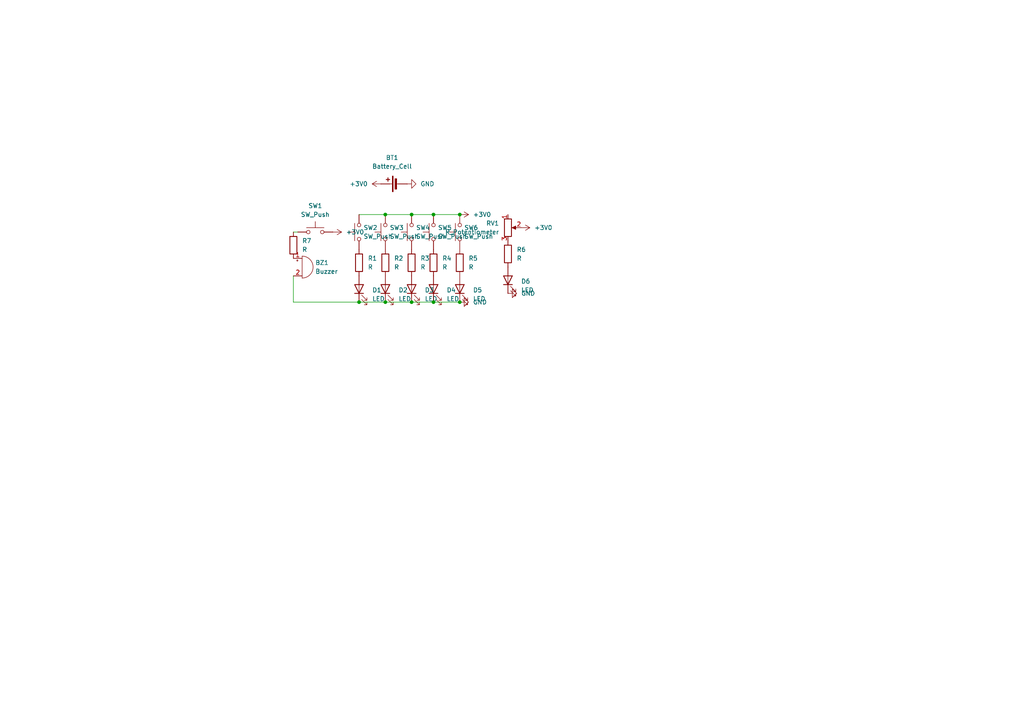
<source format=kicad_sch>
(kicad_sch (version 20250114) (generator "eeschema") (generator_version "9.0")
  (paper "A4")
  (lib_symbols
    (symbol "Device:Battery_Cell" (pin_numbers (hide yes)) (pin_names (offset 0) (hide yes))
      (property "Reference" "BT" (at 2.54 2.54 0))
      (property "Value" "Battery_Cell" (at 2.54 0 0))
      (symbol "Battery_Cell_0_1"
        (rectangle (start -2.286 1.778) (end 2.286 1.524) (fill (type outline)))
        (rectangle (start -1.524 1.016) (end 1.524 0.508) (fill (type outline)))
        (polyline (pts (xy 0 1.778) (xy 0 2.54)))
        (polyline (pts (xy 0 0.762) (xy 0 0)))
        (polyline (pts (xy 0.762 3.048) (xy 1.778 3.048)) (stroke (width 0.254)))
        (polyline (pts (xy 1.27 3.556) (xy 1.27 2.54)) (stroke (width 0.254)))
      )
      (symbol "Battery_Cell_1_1"
        (pin passive line (at 0 5.08 270) (length 2.54) (name "+") (number "1"))
        (pin passive line (at 0 -2.54 90) (length 2.54) (name "-") (number "2"))
      )
    )
    (symbol "Device:Buzzer" (pin_names (offset 0.0254) (hide yes))
      (property "Reference" "BZ" (at 3.81 1.27 0))
      (property "Value" "Buzzer" (at 3.81 -1.27 0))
      (symbol "Buzzer_0_1"
        (polyline (pts (xy -1.651 1.905) (xy -1.143 1.905)))
        (polyline (pts (xy -1.397 2.159) (xy -1.397 1.651)))
        (arc (start 0 3.175) (mid 3.1612 0) (end 0 -3.175))
        (polyline (pts (xy 0 3.175) (xy 0 -3.175)))
      )
      (symbol "Buzzer_1_1"
        (pin passive line (at -2.54 2.54 0) (length 2.54) (name "+") (number "1"))
        (pin passive line (at -2.54 -2.54 0) (length 2.54) (name "-") (number "2"))
      )
    )
    (symbol "Device:LED" (pin_numbers (hide yes)) (pin_names (offset 1.016) (hide yes))
      (property "Reference" "D" (at 0 2.54 0))
      (property "Value" "LED" (at 0 -2.54 0))
      (symbol "LED_0_1"
        (polyline (pts (xy -3.048 -0.762) (xy -4.572 -2.286) (xy -3.81 -2.286) (xy -4.572 -2.286) (xy -4.572 -1.524)))
        (polyline (pts (xy -1.778 -0.762) (xy -3.302 -2.286) (xy -2.54 -2.286) (xy -3.302 -2.286) (xy -3.302 -1.524)))
        (polyline (pts (xy -1.27 0) (xy 1.27 0)))
        (polyline (pts (xy -1.27 -1.27) (xy -1.27 1.27)) (stroke (width 0.254)))
        (polyline (pts (xy 1.27 -1.27) (xy 1.27 1.27) (xy -1.27 0) (xy 1.27 -1.27)) (stroke (width 0.254)))
      )
      (symbol "LED_1_1"
        (pin passive line (at -3.81 0 0) (length 2.54) (name "K") (number "1"))
        (pin passive line (at 3.81 0 180) (length 2.54) (name "A") (number "2"))
      )
    )
    (symbol "Device:R" (pin_numbers (hide yes)) (pin_names (offset 0))
      (property "Reference" "R" (at 2.032 0 90))
      (property "Value" "R" (at 0 0 90))
      (symbol "R_0_1"
        (rectangle (start -1.016 -2.54) (end 1.016 2.54) (stroke (width 0.254)))
      )
      (symbol "R_1_1"
        (pin passive line (at 0 3.81 270) (length 1.27) (name "~") (number "1"))
        (pin passive line (at 0 -3.81 90) (length 1.27) (name "~") (number "2"))
      )
    )
    (symbol "Device:R_Potentiometer" (pin_names (offset 1.016) (hide yes))
      (property "Reference" "RV" (at -4.445 0 90))
      (property "Value" "R_Potentiometer" (at -2.54 0 90))
      (symbol "R_Potentiometer_0_1"
        (rectangle (start 1.016 2.54) (end -1.016 -2.54) (stroke (width 0.254)))
        (polyline (pts (xy 1.143 0) (xy 2.286 0.508) (xy 2.286 -0.508) (xy 1.143 0)) (fill (type outline)))
        (polyline (pts (xy 2.54 0) (xy 1.524 0)))
      )
      (symbol "R_Potentiometer_1_1"
        (pin passive line (at 0 3.81 270) (length 1.27) (name "1") (number "1"))
        (pin passive line (at 0 -3.81 90) (length 1.27) (name "3") (number "3"))
        (pin passive line (at 3.81 0 180) (length 1.27) (name "2") (number "2"))
      )
    )
    (symbol "Switch:SW_Push" (pin_numbers (hide yes)) (pin_names (offset 1.016) (hide yes))
      (property "Reference" "SW" (at 1.27 2.54 0))
      (property "Value" "SW_Push" (at 0 -1.524 0))
      (symbol "SW_Push_0_1"
        (circle (center -2.032 0) (radius 0.508))
        (polyline (pts (xy 0 1.27) (xy 0 3.048)))
        (circle (center 2.032 0) (radius 0.508))
        (polyline (pts (xy 2.54 1.27) (xy -2.54 1.27)))
        (pin passive line (at -5.08 0 0) (length 2.54) (name "1") (number "1"))
        (pin passive line (at 5.08 0 180) (length 2.54) (name "2") (number "2"))
      )
    )
    (symbol "power:+3V0" (power) (pin_numbers (hide yes)) (pin_names (offset 0) (hide yes))
      (property "Value" "+3V0" (at 0 3.556 0))
      (symbol "+3V0_0_1"
        (polyline (pts (xy -0.762 1.27) (xy 0 2.54)))
        (polyline (pts (xy 0 2.54) (xy 0.762 1.27)))
        (polyline (pts (xy 0 0) (xy 0 2.54)))
      )
      (symbol "+3V0_1_1"
        (pin power_in line (at 0 0 90) (length 0) (name "~") (number "1"))
      )
    )
    (symbol "power:GND" (power) (pin_numbers (hide yes)) (pin_names (offset 0) (hide yes))
      (property "Value" "GND" (at 0 -3.81 0))
      (symbol "GND_0_1"
        (polyline (pts (xy 0 0) (xy 0 -1.27) (xy 1.27 -1.27) (xy 0 -2.54) (xy -1.27 -1.27) (xy 0 -1.27)))
      )
      (symbol "GND_1_1"
        (pin power_in line (at 0 0 270) (length 0) (name "~") (number "1"))
      )
    )
  )
  (junction (at 133.35 62.23))
  (junction (at 119.38 62.23))
  (junction (at 133.35 87.63))
  (junction (at 125.73 87.63))
  (junction (at 111.76 87.63))
  (junction (at 104.14 87.63))
  (junction (at 125.73 62.23))
  (junction (at 111.76 62.23))
  (junction (at 119.38 87.63))
  (wire (pts (xy 119.38 62.23) (xy 125.73 62.23)))
  (wire (pts (xy 85.09 67.31) (xy 86.36 67.31)))
  (wire (pts (xy 85.09 80.01) (xy 85.09 87.63)))
  (wire (pts (xy 111.76 87.63) (xy 119.38 87.63)))
  (wire (pts (xy 85.09 87.63) (xy 104.14 87.63)))
  (wire (pts (xy 125.73 87.63) (xy 133.35 87.63)))
  (wire (pts (xy 104.14 62.23) (xy 111.76 62.23)))
  (wire (pts (xy 119.38 87.63) (xy 125.73 87.63)))
  (wire (pts (xy 104.14 87.63) (xy 111.76 87.63)))
  (wire (pts (xy 111.76 62.23) (xy 119.38 62.23)))
  (wire (pts (xy 125.73 62.23) (xy 133.35 62.23)))
  (symbol (lib_id "Device:LED") (at 119.38 83.82 90) (unit 1)
    (property "Reference" "D3" (at 123.19 84.1374 90) (effects (justify right)))
    (property "Value" "LED" (at 123.19 86.6774 90) (effects (justify right)))
    (property "Footprint" "LED_THT:LED_D5.0mm" (effects (hide yes)))
    (property "Description" "Light emitting diode" (effects (hide yes)))
    (property "Sim.Pins" "1=K 2=A" (effects (hide yes)))
  )
  (symbol (lib_id "Switch:SW_Push") (at 104.14 67.31 90) (unit 1)
    (property "Reference" "SW2" (at 105.41 66.0399 90) (effects (justify right)))
    (property "Value" "SW_Push" (at 105.41 68.5799 90) (effects (justify right)))
    (property "Footprint" "Button_Switch_THT:SW_PUSH_6mm" (effects (hide yes)))
    (property "Description" "Push button switch, generic, two pins" (effects (hide yes)))
  )
  (symbol (lib_id "Device:R") (at 147.32 73.66 0) (unit 1)
    (property "Reference" "R6" (at 149.86 72.3899 0) (effects (justify left)))
    (property "Value" "R" (at 149.86 74.9299 0) (effects (justify left)))
    (property "Footprint" "Resistor_THT:R_Axial_DIN0207_L6.3mm_D2.5mm_P7.62mm_Horizontal" (effects (hide yes)))
    (property "Description" "Resistor" (effects (hide yes)))
  )
  (symbol (lib_id "power:GND") (at 133.35 87.63 90) (unit 1)
    (property "Reference" "#PWR03" (effects (hide yes)))
    (property "Value" "GND" (at 137.16 87.6299 90) (effects (justify right)))
    (property "Description" "Power symbol creates a global label with name \"GND\" , ground" (effects (hide yes)))
  )
  (symbol (lib_id "Device:LED") (at 147.32 81.28 90) (unit 1)
    (property "Reference" "D6" (at 151.13 81.5974 90) (effects (justify right)))
    (property "Value" "LED" (at 151.13 84.1374 90) (effects (justify right)))
    (property "Footprint" "LED_THT:LED_D5.0mm" (effects (hide yes)))
    (property "Description" "Light emitting diode" (effects (hide yes)))
    (property "Sim.Pins" "1=K 2=A" (effects (hide yes)))
  )
  (symbol (lib_id "Device:R_Potentiometer") (at 147.32 66.04 0) (unit 1)
    (property "Reference" "RV1" (at 144.78 64.7699 0) (effects (justify right)))
    (property "Value" "R_Potentiometer" (at 144.78 67.3099 0) (effects (justify right)))
    (property "Footprint" "Potentiometer_THT:Potentiometer_Vishay_T73YP_Vertical" (effects (hide yes)))
    (property "Description" "Potentiometer" (effects (hide yes)))
  )
  (symbol (lib_id "Device:R") (at 125.73 76.2 0) (unit 1)
    (property "Reference" "R4" (at 128.27 74.9299 0) (effects (justify left)))
    (property "Value" "R" (at 128.27 77.4699 0) (effects (justify left)))
    (property "Footprint" "Resistor_THT:R_Axial_DIN0207_L6.3mm_D2.5mm_P7.62mm_Horizontal" (effects (hide yes)))
    (property "Description" "Resistor" (effects (hide yes)))
  )
  (symbol (lib_id "Switch:SW_Push") (at 91.44 67.31 0) (unit 1)
    (property "Reference" "SW1" (at 91.44 59.69 0))
    (property "Value" "SW_Push" (at 91.44 62.23 0))
    (property "Footprint" "Button_Switch_THT:SW_PUSH_6mm" (effects (hide yes)))
    (property "Description" "Push button switch, generic, two pins" (effects (hide yes)))
  )
  (symbol (lib_id "Device:R") (at 133.35 76.2 0) (unit 1)
    (property "Reference" "R5" (at 135.89 74.9299 0) (effects (justify left)))
    (property "Value" "R" (at 135.89 77.4699 0) (effects (justify left)))
    (property "Footprint" "Resistor_THT:R_Axial_DIN0207_L6.3mm_D2.5mm_P7.62mm_Horizontal" (effects (hide yes)))
    (property "Description" "Resistor" (effects (hide yes)))
  )
  (symbol (lib_id "Device:R") (at 119.38 76.2 0) (unit 1)
    (property "Reference" "R3" (at 121.92 74.9299 0) (effects (justify left)))
    (property "Value" "R" (at 121.92 77.4699 0) (effects (justify left)))
    (property "Footprint" "Resistor_THT:R_Axial_DIN0207_L6.3mm_D2.5mm_P7.62mm_Horizontal" (effects (hide yes)))
    (property "Description" "Resistor" (effects (hide yes)))
  )
  (symbol (lib_id "Device:LED") (at 125.73 83.82 90) (unit 1)
    (property "Reference" "D4" (at 129.54 84.1374 90) (effects (justify right)))
    (property "Value" "LED" (at 129.54 86.6774 90) (effects (justify right)))
    (property "Footprint" "LED_THT:LED_D5.0mm" (effects (hide yes)))
    (property "Description" "Light emitting diode" (effects (hide yes)))
    (property "Sim.Pins" "1=K 2=A" (effects (hide yes)))
  )
  (symbol (lib_id "power:GND") (at 118.11 53.34 90) (unit 1)
    (property "Reference" "#PWR02" (effects (hide yes)))
    (property "Value" "GND" (at 121.92 53.3399 90) (effects (justify right)))
    (property "Description" "Power symbol creates a global label with name \"GND\" , ground" (effects (hide yes)))
  )
  (symbol (lib_id "Device:LED") (at 133.35 83.82 90) (unit 1)
    (property "Reference" "D5" (at 137.16 84.1374 90) (effects (justify right)))
    (property "Value" "LED" (at 137.16 86.6774 90) (effects (justify right)))
    (property "Footprint" "LED_THT:LED_D5.0mm" (effects (hide yes)))
    (property "Description" "Light emitting diode" (effects (hide yes)))
    (property "Sim.Pins" "1=K 2=A" (effects (hide yes)))
  )
  (symbol (lib_id "power:+3V0") (at 151.13 66.04 270) (unit 1)
    (property "Reference" "#PWR06" (effects (hide yes)))
    (property "Value" "+3V0" (at 154.94 66.0399 90) (effects (justify left)))
    (property "Description" "Power symbol creates a global label with name \"+3V0\"" (effects (hide yes)))
  )
  (symbol (lib_id "Switch:SW_Push") (at 119.38 67.31 90) (unit 1)
    (property "Reference" "SW4" (at 120.65 66.0399 90) (effects (justify right)))
    (property "Value" "SW_Push" (at 120.65 68.5799 90) (effects (justify right)))
    (property "Footprint" "Button_Switch_THT:SW_PUSH_6mm" (effects (hide yes)))
    (property "Description" "Push button switch, generic, two pins" (effects (hide yes)))
  )
  (symbol (lib_id "Device:LED") (at 104.14 83.82 90) (unit 1)
    (property "Reference" "D1" (at 107.95 84.1374 90) (effects (justify right)))
    (property "Value" "LED" (at 107.95 86.6774 90) (effects (justify right)))
    (property "Footprint" "LED_THT:LED_D5.0mm" (effects (hide yes)))
    (property "Description" "Light emitting diode" (effects (hide yes)))
    (property "Sim.Pins" "1=K 2=A" (effects (hide yes)))
  )
  (symbol (lib_id "Device:R") (at 111.76 76.2 0) (unit 1)
    (property "Reference" "R2" (at 114.3 74.9299 0) (effects (justify left)))
    (property "Value" "R" (at 114.3 77.4699 0) (effects (justify left)))
    (property "Footprint" "Resistor_THT:R_Axial_DIN0207_L6.3mm_D2.5mm_P7.62mm_Horizontal" (effects (hide yes)))
    (property "Description" "Resistor" (effects (hide yes)))
  )
  (symbol (lib_id "power:+3V0") (at 110.49 53.34 90) (unit 1)
    (property "Reference" "#PWR01" (effects (hide yes)))
    (property "Value" "+3V0" (at 106.68 53.3399 90) (effects (justify left)))
    (property "Description" "Power symbol creates a global label with name \"+3V0\"" (effects (hide yes)))
  )
  (symbol (lib_id "Device:R") (at 104.14 76.2 0) (unit 1)
    (property "Reference" "R1" (at 106.68 74.9299 0) (effects (justify left)))
    (property "Value" "R" (at 106.68 77.4699 0) (effects (justify left)))
    (property "Footprint" "Resistor_THT:R_Axial_DIN0207_L6.3mm_D2.5mm_P7.62mm_Horizontal" (effects (hide yes)))
    (property "Description" "Resistor" (effects (hide yes)))
  )
  (symbol (lib_id "Device:Buzzer") (at 87.63 77.47 0) (unit 1)
    (property "Reference" "BZ1" (at 91.44 76.1999 0) (effects (justify left)))
    (property "Value" "Buzzer" (at 91.44 78.7399 0) (effects (justify left)))
    (property "Footprint" "Buzzer_Beeper:Indicator_PUI_AI-1440-TWT-24V-2-R" (effects (hide yes)))
    (property "Description" "Buzzer, polarized" (effects (hide yes)))
  )
  (symbol (lib_id "Device:Battery_Cell") (at 115.57 53.34 90) (unit 1)
    (property "Reference" "BT1" (at 113.7285 45.72 90))
    (property "Value" "Battery_Cell" (at 113.7285 48.26 90))
    (property "Footprint" "Battery:BatteryHolder_Keystone_3002_1x2032" (effects (hide yes)))
    (property "Description" "Single-cell battery" (effects (hide yes)))
  )
  (symbol (lib_id "Device:R") (at 85.09 71.12 0) (unit 1)
    (property "Reference" "R7" (at 87.63 69.8499 0) (effects (justify left)))
    (property "Value" "R" (at 87.63 72.3899 0) (effects (justify left)))
    (property "Footprint" "Resistor_THT:R_Axial_DIN0207_L6.3mm_D2.5mm_P7.62mm_Horizontal" (effects (hide yes)))
    (property "Description" "Resistor" (effects (hide yes)))
  )
  (symbol (lib_id "power:+3V0") (at 96.52 67.31 270) (unit 1)
    (property "Reference" "#PWR07" (effects (hide yes)))
    (property "Value" "+3V0" (at 100.33 67.3099 90) (effects (justify left)))
    (property "Description" "Power symbol creates a global label with name \"+3V0\"" (effects (hide yes)))
  )
  (symbol (lib_id "Switch:SW_Push") (at 111.76 67.31 90) (unit 1)
    (property "Reference" "SW3" (at 113.03 66.0399 90) (effects (justify right)))
    (property "Value" "SW_Push" (at 113.03 68.5799 90) (effects (justify right)))
    (property "Footprint" "Button_Switch_THT:SW_PUSH_6mm" (effects (hide yes)))
    (property "Description" "Push button switch, generic, two pins" (effects (hide yes)))
  )
  (symbol (lib_id "Device:LED") (at 111.76 83.82 90) (unit 1)
    (property "Reference" "D2" (at 115.57 84.1374 90) (effects (justify right)))
    (property "Value" "LED" (at 115.57 86.6774 90) (effects (justify right)))
    (property "Footprint" "LED_THT:LED_D5.0mm" (effects (hide yes)))
    (property "Description" "Light emitting diode" (effects (hide yes)))
    (property "Sim.Pins" "1=K 2=A" (effects (hide yes)))
  )
  (symbol (lib_id "Switch:SW_Push") (at 125.73 67.31 90) (unit 1)
    (property "Reference" "SW5" (at 127 66.0399 90) (effects (justify right)))
    (property "Value" "SW_Push" (at 127 68.5799 90) (effects (justify right)))
    (property "Footprint" "Button_Switch_THT:SW_PUSH_6mm" (effects (hide yes)))
    (property "Description" "Push button switch, generic, two pins" (effects (hide yes)))
  )
  (symbol (lib_id "power:+3V0") (at 133.35 62.23 270) (unit 1)
    (property "Reference" "#PWR08" (effects (hide yes)))
    (property "Value" "+3V0" (at 137.16 62.2299 90) (effects (justify left)))
    (property "Description" "Power symbol creates a global label with name \"+3V0\"" (effects (hide yes)))
  )
  (symbol (lib_id "power:GND") (at 147.32 85.09 90) (unit 1)
    (property "Reference" "#PWR05" (effects (hide yes)))
    (property "Value" "GND" (at 151.13 85.0899 90) (effects (justify right)))
    (property "Description" "Power symbol creates a global label with name \"GND\" , ground" (effects (hide yes)))
  )
  (symbol (lib_id "Switch:SW_Push") (at 133.35 67.31 90) (unit 1)
    (property "Reference" "SW6" (at 134.62 66.0399 90) (effects (justify right)))
    (property "Value" "SW_Push" (at 134.62 68.5799 90) (effects (justify right)))
    (property "Footprint" "Button_Switch_THT:SW_PUSH_6mm" (effects (hide yes)))
    (property "Description" "Push button switch, generic, two pins" (effects (hide yes)))
  )
)
</source>
